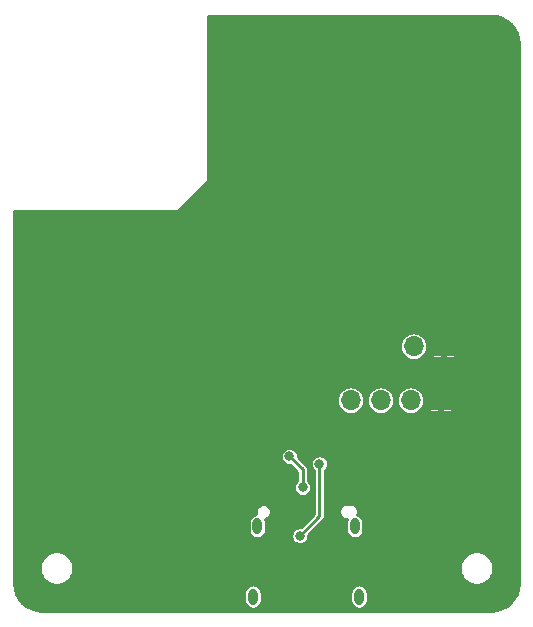
<source format=gbl>
G04 #@! TF.GenerationSoftware,KiCad,Pcbnew,(5.0.0)*
G04 #@! TF.CreationDate,2018-10-04T02:53:49+10:00*
G04 #@! TF.ProjectId,usbPdTo180vdc,7573625064546F3138307664632E6B69,1*
G04 #@! TF.SameCoordinates,Original*
G04 #@! TF.FileFunction,Copper,L2,Bot,Signal*
G04 #@! TF.FilePolarity,Positive*
%FSLAX46Y46*%
G04 Gerber Fmt 4.6, Leading zero omitted, Abs format (unit mm)*
G04 Created by KiCad (PCBNEW (5.0.0)) date 10/04/18 02:53:49*
%MOMM*%
%LPD*%
G01*
G04 APERTURE LIST*
G04 #@! TA.AperFunction,ComponentPad*
%ADD10O,0.800000X1.400000*%
G04 #@! TD*
G04 #@! TA.AperFunction,ComponentPad*
%ADD11R,1.700000X1.700000*%
G04 #@! TD*
G04 #@! TA.AperFunction,ComponentPad*
%ADD12O,1.700000X1.700000*%
G04 #@! TD*
G04 #@! TA.AperFunction,ViaPad*
%ADD13C,0.800000*%
G04 #@! TD*
G04 #@! TA.AperFunction,Conductor*
%ADD14C,0.250000*%
G04 #@! TD*
G04 #@! TA.AperFunction,Conductor*
%ADD15C,0.254000*%
G04 #@! TD*
G04 APERTURE END LIST*
D10*
G04 #@! TO.P,J1,S1*
G04 #@! TO.N,N/C*
X132202091Y-117969573D03*
X141182091Y-117969573D03*
X140822091Y-112019573D03*
X132562091Y-112019573D03*
G04 #@! TD*
D11*
G04 #@! TO.P,J4,1*
G04 #@! TO.N,GND*
X148082000Y-101346000D03*
D12*
G04 #@! TO.P,J4,2*
G04 #@! TO.N,+3V3*
X145542000Y-101346000D03*
G04 #@! TO.P,J4,3*
G04 #@! TO.N,SDA*
X143002000Y-101346000D03*
G04 #@! TO.P,J4,4*
G04 #@! TO.N,SCL*
X140462000Y-101346000D03*
G04 #@! TD*
D11*
G04 #@! TO.P,J2,1*
G04 #@! TO.N,GND*
X148336000Y-96774000D03*
D12*
G04 #@! TO.P,J2,2*
G04 #@! TO.N,HV+*
X145796000Y-96774000D03*
G04 #@! TD*
D13*
G04 #@! TO.N,GND*
X151130000Y-83820000D03*
X151130000Y-82550000D03*
X151130000Y-81280000D03*
X151130000Y-77470000D03*
X151130000Y-76200000D03*
X151130000Y-74930000D03*
X130810000Y-97790000D03*
X132080000Y-99569573D03*
X124460000Y-97790000D03*
X128270000Y-103556664D03*
X129540000Y-110490000D03*
X137102091Y-105410000D03*
X139700000Y-109220000D03*
X133350000Y-109729146D03*
X133858000Y-112776000D03*
X139636500Y-112928400D03*
X139192000Y-90424000D03*
X140208000Y-90424000D03*
X141224000Y-90424000D03*
X141224000Y-91440000D03*
X140208000Y-91440000D03*
X139192000Y-91440000D03*
X138176000Y-90424000D03*
X138176000Y-91440000D03*
X148590000Y-104140000D03*
X149377400Y-99085400D03*
X129580427Y-116799573D03*
X128549400Y-116799573D03*
X126697763Y-85900237D03*
X120142000Y-93625015D03*
X124968000Y-93625015D03*
X137160000Y-90424000D03*
X137160000Y-91440000D03*
G04 #@! TO.N,Net-(D3-Pad1)*
X136176091Y-112825573D03*
X137827091Y-106729573D03*
G04 #@! TO.N,Net-(D3-Pad2)*
X136398000Y-108712000D03*
X135287091Y-106094573D03*
G04 #@! TD*
D14*
G04 #@! TO.N,Net-(D3-Pad1)*
X137827091Y-111174573D02*
X137827091Y-106729573D01*
X136176091Y-112825573D02*
X137827091Y-111174573D01*
G04 #@! TO.N,Net-(D3-Pad2)*
X136398000Y-107205482D02*
X135287091Y-106094573D01*
X136398000Y-108712000D02*
X136398000Y-107205482D01*
G04 #@! TD*
D15*
G04 #@! TO.N,GND*
G36*
X153281004Y-68982533D02*
X153679393Y-69194360D01*
X154029051Y-69479534D01*
X154316662Y-69827197D01*
X154531266Y-70224098D01*
X154664692Y-70655127D01*
X154712979Y-71114552D01*
X154713001Y-71120794D01*
X154713000Y-116828894D01*
X154667881Y-117289055D01*
X154537468Y-117721003D01*
X154325640Y-118119393D01*
X154040466Y-118469051D01*
X153692803Y-118756662D01*
X153295901Y-118971266D01*
X152864877Y-119104690D01*
X152405448Y-119152979D01*
X152399492Y-119153000D01*
X114311106Y-119153000D01*
X113850945Y-119107881D01*
X113418997Y-118977468D01*
X113020607Y-118765640D01*
X112670949Y-118480466D01*
X112383338Y-118132803D01*
X112168734Y-117735901D01*
X112137149Y-117633866D01*
X131475091Y-117633866D01*
X131475091Y-118305281D01*
X131485611Y-118412090D01*
X131527181Y-118549130D01*
X131594689Y-118675426D01*
X131685538Y-118786127D01*
X131796239Y-118876976D01*
X131922535Y-118944483D01*
X132059575Y-118986053D01*
X132202091Y-119000090D01*
X132344608Y-118986053D01*
X132481648Y-118944483D01*
X132607944Y-118876976D01*
X132718645Y-118786127D01*
X132809494Y-118675426D01*
X132877001Y-118549130D01*
X132918571Y-118412090D01*
X132929091Y-118305281D01*
X132929091Y-117633866D01*
X140455091Y-117633866D01*
X140455091Y-118305281D01*
X140465611Y-118412090D01*
X140507181Y-118549130D01*
X140574689Y-118675426D01*
X140665538Y-118786127D01*
X140776239Y-118876976D01*
X140902535Y-118944483D01*
X141039575Y-118986053D01*
X141182091Y-119000090D01*
X141324608Y-118986053D01*
X141461648Y-118944483D01*
X141587944Y-118876976D01*
X141698645Y-118786127D01*
X141789494Y-118675426D01*
X141857001Y-118549130D01*
X141898571Y-118412090D01*
X141909091Y-118305281D01*
X141909091Y-117633865D01*
X141898571Y-117527056D01*
X141857001Y-117390016D01*
X141789494Y-117263720D01*
X141698644Y-117153019D01*
X141587943Y-117062170D01*
X141461647Y-116994663D01*
X141324607Y-116953093D01*
X141182091Y-116939056D01*
X141039574Y-116953093D01*
X140902534Y-116994663D01*
X140776238Y-117062170D01*
X140665537Y-117153020D01*
X140574688Y-117263721D01*
X140507181Y-117390017D01*
X140465611Y-117527057D01*
X140455091Y-117633866D01*
X132929091Y-117633866D01*
X132929091Y-117633865D01*
X132918571Y-117527056D01*
X132877001Y-117390016D01*
X132809494Y-117263720D01*
X132718644Y-117153019D01*
X132607943Y-117062170D01*
X132481647Y-116994663D01*
X132344607Y-116953093D01*
X132202091Y-116939056D01*
X132059574Y-116953093D01*
X131922534Y-116994663D01*
X131796238Y-117062170D01*
X131685537Y-117153020D01*
X131594688Y-117263721D01*
X131527181Y-117390017D01*
X131485611Y-117527057D01*
X131475091Y-117633866D01*
X112137149Y-117633866D01*
X112035310Y-117304877D01*
X111987021Y-116845448D01*
X111987000Y-116839492D01*
X111987000Y-115429453D01*
X114143000Y-115429453D01*
X114143000Y-115710547D01*
X114197838Y-115986241D01*
X114305409Y-116245938D01*
X114461576Y-116479660D01*
X114660340Y-116678424D01*
X114894062Y-116834591D01*
X115153759Y-116942162D01*
X115429453Y-116997000D01*
X115710547Y-116997000D01*
X115986241Y-116942162D01*
X116245938Y-116834591D01*
X116479660Y-116678424D01*
X116678424Y-116479660D01*
X116834591Y-116245938D01*
X116942162Y-115986241D01*
X116997000Y-115710547D01*
X116997000Y-115429453D01*
X149703000Y-115429453D01*
X149703000Y-115710547D01*
X149757838Y-115986241D01*
X149865409Y-116245938D01*
X150021576Y-116479660D01*
X150220340Y-116678424D01*
X150454062Y-116834591D01*
X150713759Y-116942162D01*
X150989453Y-116997000D01*
X151270547Y-116997000D01*
X151546241Y-116942162D01*
X151805938Y-116834591D01*
X152039660Y-116678424D01*
X152238424Y-116479660D01*
X152394591Y-116245938D01*
X152502162Y-115986241D01*
X152557000Y-115710547D01*
X152557000Y-115429453D01*
X152502162Y-115153759D01*
X152394591Y-114894062D01*
X152238424Y-114660340D01*
X152039660Y-114461576D01*
X151805938Y-114305409D01*
X151546241Y-114197838D01*
X151270547Y-114143000D01*
X150989453Y-114143000D01*
X150713759Y-114197838D01*
X150454062Y-114305409D01*
X150220340Y-114461576D01*
X150021576Y-114660340D01*
X149865409Y-114894062D01*
X149757838Y-115153759D01*
X149703000Y-115429453D01*
X116997000Y-115429453D01*
X116942162Y-115153759D01*
X116834591Y-114894062D01*
X116678424Y-114660340D01*
X116479660Y-114461576D01*
X116245938Y-114305409D01*
X115986241Y-114197838D01*
X115710547Y-114143000D01*
X115429453Y-114143000D01*
X115153759Y-114197838D01*
X114894062Y-114305409D01*
X114660340Y-114461576D01*
X114461576Y-114660340D01*
X114305409Y-114894062D01*
X114197838Y-115153759D01*
X114143000Y-115429453D01*
X111987000Y-115429453D01*
X111987000Y-111683866D01*
X131835091Y-111683866D01*
X131835091Y-112355281D01*
X131845611Y-112462090D01*
X131887181Y-112599130D01*
X131954689Y-112725426D01*
X132045538Y-112836127D01*
X132156239Y-112926976D01*
X132282535Y-112994483D01*
X132419575Y-113036053D01*
X132562091Y-113050090D01*
X132704608Y-113036053D01*
X132841648Y-112994483D01*
X132967944Y-112926976D01*
X133078645Y-112836127D01*
X133146068Y-112753970D01*
X135449091Y-112753970D01*
X135449091Y-112897176D01*
X135477029Y-113037631D01*
X135531832Y-113169937D01*
X135611393Y-113289009D01*
X135712655Y-113390271D01*
X135831727Y-113469832D01*
X135964033Y-113524635D01*
X136104488Y-113552573D01*
X136247694Y-113552573D01*
X136388149Y-113524635D01*
X136520455Y-113469832D01*
X136639527Y-113390271D01*
X136740789Y-113289009D01*
X136820350Y-113169937D01*
X136875153Y-113037631D01*
X136903091Y-112897176D01*
X136903091Y-112753970D01*
X136900408Y-112740480D01*
X138130997Y-111509891D01*
X138148250Y-111495732D01*
X138204734Y-111426906D01*
X138246705Y-111348383D01*
X138272551Y-111263180D01*
X138279091Y-111196778D01*
X138279091Y-111196777D01*
X138281278Y-111174573D01*
X138279091Y-111152368D01*
X138279091Y-110769573D01*
X139486937Y-110769573D01*
X139499526Y-110897387D01*
X139536808Y-111020290D01*
X139597350Y-111133557D01*
X139678827Y-111232837D01*
X139778107Y-111314314D01*
X139891374Y-111374856D01*
X140014277Y-111412138D01*
X140110069Y-111421573D01*
X140157040Y-111421573D01*
X140147181Y-111440017D01*
X140105611Y-111577057D01*
X140095091Y-111683866D01*
X140095091Y-112355281D01*
X140105611Y-112462090D01*
X140147181Y-112599130D01*
X140214689Y-112725426D01*
X140305538Y-112836127D01*
X140416239Y-112926976D01*
X140542535Y-112994483D01*
X140679575Y-113036053D01*
X140822091Y-113050090D01*
X140964608Y-113036053D01*
X141101648Y-112994483D01*
X141227944Y-112926976D01*
X141338645Y-112836127D01*
X141429494Y-112725426D01*
X141497001Y-112599130D01*
X141538571Y-112462090D01*
X141549091Y-112355281D01*
X141549091Y-111683865D01*
X141538571Y-111577056D01*
X141497001Y-111440016D01*
X141429494Y-111313720D01*
X141338644Y-111203019D01*
X141227943Y-111112170D01*
X141101647Y-111044663D01*
X141043736Y-111027096D01*
X141047374Y-111020290D01*
X141084656Y-110897387D01*
X141097245Y-110769573D01*
X141084656Y-110641759D01*
X141047374Y-110518856D01*
X140986832Y-110405589D01*
X140905355Y-110306309D01*
X140806075Y-110224832D01*
X140692808Y-110164290D01*
X140569905Y-110127008D01*
X140474113Y-110117573D01*
X140110069Y-110117573D01*
X140014277Y-110127008D01*
X139891374Y-110164290D01*
X139778107Y-110224832D01*
X139678827Y-110306309D01*
X139597350Y-110405589D01*
X139536808Y-110518856D01*
X139499526Y-110641759D01*
X139486937Y-110769573D01*
X138279091Y-110769573D01*
X138279091Y-107301912D01*
X138290527Y-107294271D01*
X138391789Y-107193009D01*
X138471350Y-107073937D01*
X138526153Y-106941631D01*
X138554091Y-106801176D01*
X138554091Y-106657970D01*
X138526153Y-106517515D01*
X138471350Y-106385209D01*
X138391789Y-106266137D01*
X138290527Y-106164875D01*
X138171455Y-106085314D01*
X138039149Y-106030511D01*
X137898694Y-106002573D01*
X137755488Y-106002573D01*
X137615033Y-106030511D01*
X137482727Y-106085314D01*
X137363655Y-106164875D01*
X137262393Y-106266137D01*
X137182832Y-106385209D01*
X137128029Y-106517515D01*
X137100091Y-106657970D01*
X137100091Y-106801176D01*
X137128029Y-106941631D01*
X137182832Y-107073937D01*
X137262393Y-107193009D01*
X137363655Y-107294271D01*
X137375092Y-107301913D01*
X137375091Y-110987349D01*
X136261184Y-112101256D01*
X136247694Y-112098573D01*
X136104488Y-112098573D01*
X135964033Y-112126511D01*
X135831727Y-112181314D01*
X135712655Y-112260875D01*
X135611393Y-112362137D01*
X135531832Y-112481209D01*
X135477029Y-112613515D01*
X135449091Y-112753970D01*
X133146068Y-112753970D01*
X133169494Y-112725426D01*
X133237001Y-112599130D01*
X133278571Y-112462090D01*
X133289091Y-112355281D01*
X133289091Y-111683865D01*
X133278571Y-111577056D01*
X133237001Y-111440016D01*
X133220335Y-111408837D01*
X133282272Y-111396517D01*
X133400929Y-111347368D01*
X133507717Y-111276015D01*
X133598533Y-111185199D01*
X133669886Y-111078411D01*
X133719035Y-110959754D01*
X133744091Y-110833789D01*
X133744091Y-110705357D01*
X133719035Y-110579392D01*
X133669886Y-110460735D01*
X133598533Y-110353947D01*
X133507717Y-110263131D01*
X133400929Y-110191778D01*
X133282272Y-110142629D01*
X133156307Y-110117573D01*
X133027875Y-110117573D01*
X132901910Y-110142629D01*
X132783253Y-110191778D01*
X132676465Y-110263131D01*
X132585649Y-110353947D01*
X132514296Y-110460735D01*
X132465147Y-110579392D01*
X132440091Y-110705357D01*
X132440091Y-110833789D01*
X132465147Y-110959754D01*
X132480608Y-110997082D01*
X132419574Y-111003093D01*
X132282534Y-111044663D01*
X132156238Y-111112170D01*
X132045537Y-111203020D01*
X131954688Y-111313721D01*
X131887181Y-111440017D01*
X131845611Y-111577057D01*
X131835091Y-111683866D01*
X111987000Y-111683866D01*
X111987000Y-106022970D01*
X134560091Y-106022970D01*
X134560091Y-106166176D01*
X134588029Y-106306631D01*
X134642832Y-106438937D01*
X134722393Y-106558009D01*
X134823655Y-106659271D01*
X134942727Y-106738832D01*
X135075033Y-106793635D01*
X135215488Y-106821573D01*
X135358694Y-106821573D01*
X135372184Y-106818890D01*
X135946001Y-107392707D01*
X135946000Y-108139660D01*
X135934564Y-108147302D01*
X135833302Y-108248564D01*
X135753741Y-108367636D01*
X135698938Y-108499942D01*
X135671000Y-108640397D01*
X135671000Y-108783603D01*
X135698938Y-108924058D01*
X135753741Y-109056364D01*
X135833302Y-109175436D01*
X135934564Y-109276698D01*
X136053636Y-109356259D01*
X136185942Y-109411062D01*
X136326397Y-109439000D01*
X136469603Y-109439000D01*
X136610058Y-109411062D01*
X136742364Y-109356259D01*
X136861436Y-109276698D01*
X136962698Y-109175436D01*
X137042259Y-109056364D01*
X137097062Y-108924058D01*
X137125000Y-108783603D01*
X137125000Y-108640397D01*
X137097062Y-108499942D01*
X137042259Y-108367636D01*
X136962698Y-108248564D01*
X136861436Y-108147302D01*
X136850000Y-108139661D01*
X136850000Y-107227687D01*
X136852187Y-107205482D01*
X136843460Y-107116874D01*
X136817614Y-107031672D01*
X136775643Y-106953149D01*
X136719159Y-106884323D01*
X136701905Y-106870163D01*
X136011408Y-106179666D01*
X136014091Y-106166176D01*
X136014091Y-106022970D01*
X135986153Y-105882515D01*
X135931350Y-105750209D01*
X135851789Y-105631137D01*
X135750527Y-105529875D01*
X135631455Y-105450314D01*
X135499149Y-105395511D01*
X135358694Y-105367573D01*
X135215488Y-105367573D01*
X135075033Y-105395511D01*
X134942727Y-105450314D01*
X134823655Y-105529875D01*
X134722393Y-105631137D01*
X134642832Y-105750209D01*
X134588029Y-105882515D01*
X134560091Y-106022970D01*
X111987000Y-106022970D01*
X111987000Y-101346000D01*
X139279306Y-101346000D01*
X139302031Y-101576732D01*
X139369333Y-101798597D01*
X139478626Y-102003070D01*
X139625709Y-102182291D01*
X139804930Y-102329374D01*
X140009403Y-102438667D01*
X140231268Y-102505969D01*
X140404188Y-102523000D01*
X140519812Y-102523000D01*
X140692732Y-102505969D01*
X140914597Y-102438667D01*
X141119070Y-102329374D01*
X141298291Y-102182291D01*
X141445374Y-102003070D01*
X141554667Y-101798597D01*
X141621969Y-101576732D01*
X141644694Y-101346000D01*
X141819306Y-101346000D01*
X141842031Y-101576732D01*
X141909333Y-101798597D01*
X142018626Y-102003070D01*
X142165709Y-102182291D01*
X142344930Y-102329374D01*
X142549403Y-102438667D01*
X142771268Y-102505969D01*
X142944188Y-102523000D01*
X143059812Y-102523000D01*
X143232732Y-102505969D01*
X143454597Y-102438667D01*
X143659070Y-102329374D01*
X143838291Y-102182291D01*
X143985374Y-102003070D01*
X144094667Y-101798597D01*
X144161969Y-101576732D01*
X144184694Y-101346000D01*
X144359306Y-101346000D01*
X144382031Y-101576732D01*
X144449333Y-101798597D01*
X144558626Y-102003070D01*
X144705709Y-102182291D01*
X144884930Y-102329374D01*
X145089403Y-102438667D01*
X145311268Y-102505969D01*
X145484188Y-102523000D01*
X145599812Y-102523000D01*
X145772732Y-102505969D01*
X145994597Y-102438667D01*
X146199070Y-102329374D01*
X146378291Y-102182291D01*
X146525374Y-102003070D01*
X146634667Y-101798597D01*
X146701969Y-101576732D01*
X146709058Y-101504750D01*
X147105000Y-101504750D01*
X147105000Y-102208508D01*
X147109880Y-102233044D01*
X147119454Y-102256157D01*
X147133352Y-102276957D01*
X147151042Y-102294647D01*
X147171843Y-102308546D01*
X147194955Y-102318119D01*
X147219491Y-102323000D01*
X147923250Y-102323000D01*
X147955000Y-102291250D01*
X147955000Y-101473000D01*
X148209000Y-101473000D01*
X148209000Y-102291250D01*
X148240750Y-102323000D01*
X148944509Y-102323000D01*
X148969045Y-102318119D01*
X148992157Y-102308546D01*
X149012958Y-102294647D01*
X149030648Y-102276957D01*
X149044546Y-102256157D01*
X149054120Y-102233044D01*
X149059000Y-102208508D01*
X149059000Y-101504750D01*
X149027250Y-101473000D01*
X148209000Y-101473000D01*
X147955000Y-101473000D01*
X147136750Y-101473000D01*
X147105000Y-101504750D01*
X146709058Y-101504750D01*
X146724694Y-101346000D01*
X146701969Y-101115268D01*
X146634667Y-100893403D01*
X146525374Y-100688930D01*
X146378291Y-100509709D01*
X146346346Y-100483492D01*
X147105000Y-100483492D01*
X147105000Y-101187250D01*
X147136750Y-101219000D01*
X147955000Y-101219000D01*
X147955000Y-100400750D01*
X148209000Y-100400750D01*
X148209000Y-101219000D01*
X149027250Y-101219000D01*
X149059000Y-101187250D01*
X149059000Y-100483492D01*
X149054120Y-100458956D01*
X149044546Y-100435843D01*
X149030648Y-100415043D01*
X149012958Y-100397353D01*
X148992157Y-100383454D01*
X148969045Y-100373881D01*
X148944509Y-100369000D01*
X148240750Y-100369000D01*
X148209000Y-100400750D01*
X147955000Y-100400750D01*
X147923250Y-100369000D01*
X147219491Y-100369000D01*
X147194955Y-100373881D01*
X147171843Y-100383454D01*
X147151042Y-100397353D01*
X147133352Y-100415043D01*
X147119454Y-100435843D01*
X147109880Y-100458956D01*
X147105000Y-100483492D01*
X146346346Y-100483492D01*
X146199070Y-100362626D01*
X145994597Y-100253333D01*
X145772732Y-100186031D01*
X145599812Y-100169000D01*
X145484188Y-100169000D01*
X145311268Y-100186031D01*
X145089403Y-100253333D01*
X144884930Y-100362626D01*
X144705709Y-100509709D01*
X144558626Y-100688930D01*
X144449333Y-100893403D01*
X144382031Y-101115268D01*
X144359306Y-101346000D01*
X144184694Y-101346000D01*
X144161969Y-101115268D01*
X144094667Y-100893403D01*
X143985374Y-100688930D01*
X143838291Y-100509709D01*
X143659070Y-100362626D01*
X143454597Y-100253333D01*
X143232732Y-100186031D01*
X143059812Y-100169000D01*
X142944188Y-100169000D01*
X142771268Y-100186031D01*
X142549403Y-100253333D01*
X142344930Y-100362626D01*
X142165709Y-100509709D01*
X142018626Y-100688930D01*
X141909333Y-100893403D01*
X141842031Y-101115268D01*
X141819306Y-101346000D01*
X141644694Y-101346000D01*
X141621969Y-101115268D01*
X141554667Y-100893403D01*
X141445374Y-100688930D01*
X141298291Y-100509709D01*
X141119070Y-100362626D01*
X140914597Y-100253333D01*
X140692732Y-100186031D01*
X140519812Y-100169000D01*
X140404188Y-100169000D01*
X140231268Y-100186031D01*
X140009403Y-100253333D01*
X139804930Y-100362626D01*
X139625709Y-100509709D01*
X139478626Y-100688930D01*
X139369333Y-100893403D01*
X139302031Y-101115268D01*
X139279306Y-101346000D01*
X111987000Y-101346000D01*
X111987000Y-96774000D01*
X144613306Y-96774000D01*
X144636031Y-97004732D01*
X144703333Y-97226597D01*
X144812626Y-97431070D01*
X144959709Y-97610291D01*
X145138930Y-97757374D01*
X145343403Y-97866667D01*
X145565268Y-97933969D01*
X145738188Y-97951000D01*
X145853812Y-97951000D01*
X146026732Y-97933969D01*
X146248597Y-97866667D01*
X146453070Y-97757374D01*
X146632291Y-97610291D01*
X146779374Y-97431070D01*
X146888667Y-97226597D01*
X146955969Y-97004732D01*
X146963058Y-96932750D01*
X147359000Y-96932750D01*
X147359000Y-97636508D01*
X147363880Y-97661044D01*
X147373454Y-97684157D01*
X147387352Y-97704957D01*
X147405042Y-97722647D01*
X147425843Y-97736546D01*
X147448955Y-97746119D01*
X147473491Y-97751000D01*
X148177250Y-97751000D01*
X148209000Y-97719250D01*
X148209000Y-96901000D01*
X148463000Y-96901000D01*
X148463000Y-97719250D01*
X148494750Y-97751000D01*
X149198509Y-97751000D01*
X149223045Y-97746119D01*
X149246157Y-97736546D01*
X149266958Y-97722647D01*
X149284648Y-97704957D01*
X149298546Y-97684157D01*
X149308120Y-97661044D01*
X149313000Y-97636508D01*
X149313000Y-96932750D01*
X149281250Y-96901000D01*
X148463000Y-96901000D01*
X148209000Y-96901000D01*
X147390750Y-96901000D01*
X147359000Y-96932750D01*
X146963058Y-96932750D01*
X146978694Y-96774000D01*
X146955969Y-96543268D01*
X146888667Y-96321403D01*
X146779374Y-96116930D01*
X146632291Y-95937709D01*
X146600346Y-95911492D01*
X147359000Y-95911492D01*
X147359000Y-96615250D01*
X147390750Y-96647000D01*
X148209000Y-96647000D01*
X148209000Y-95828750D01*
X148463000Y-95828750D01*
X148463000Y-96647000D01*
X149281250Y-96647000D01*
X149313000Y-96615250D01*
X149313000Y-95911492D01*
X149308120Y-95886956D01*
X149298546Y-95863843D01*
X149284648Y-95843043D01*
X149266958Y-95825353D01*
X149246157Y-95811454D01*
X149223045Y-95801881D01*
X149198509Y-95797000D01*
X148494750Y-95797000D01*
X148463000Y-95828750D01*
X148209000Y-95828750D01*
X148177250Y-95797000D01*
X147473491Y-95797000D01*
X147448955Y-95801881D01*
X147425843Y-95811454D01*
X147405042Y-95825353D01*
X147387352Y-95843043D01*
X147373454Y-95863843D01*
X147363880Y-95886956D01*
X147359000Y-95911492D01*
X146600346Y-95911492D01*
X146453070Y-95790626D01*
X146248597Y-95681333D01*
X146026732Y-95614031D01*
X145853812Y-95597000D01*
X145738188Y-95597000D01*
X145565268Y-95614031D01*
X145343403Y-95681333D01*
X145138930Y-95790626D01*
X144959709Y-95937709D01*
X144812626Y-96116930D01*
X144703333Y-96321403D01*
X144636031Y-96543268D01*
X144613306Y-96774000D01*
X111987000Y-96774000D01*
X111987000Y-85364515D01*
X125730000Y-85364515D01*
X125754776Y-85362075D01*
X125778601Y-85354848D01*
X125800557Y-85343112D01*
X125819803Y-85327318D01*
X128359803Y-82787318D01*
X128375597Y-82768072D01*
X128387333Y-82746116D01*
X128394560Y-82722291D01*
X128397000Y-82697515D01*
X128397000Y-68854515D01*
X152856988Y-68854515D01*
X153281004Y-68982533D01*
X153281004Y-68982533D01*
G37*
X153281004Y-68982533D02*
X153679393Y-69194360D01*
X154029051Y-69479534D01*
X154316662Y-69827197D01*
X154531266Y-70224098D01*
X154664692Y-70655127D01*
X154712979Y-71114552D01*
X154713001Y-71120794D01*
X154713000Y-116828894D01*
X154667881Y-117289055D01*
X154537468Y-117721003D01*
X154325640Y-118119393D01*
X154040466Y-118469051D01*
X153692803Y-118756662D01*
X153295901Y-118971266D01*
X152864877Y-119104690D01*
X152405448Y-119152979D01*
X152399492Y-119153000D01*
X114311106Y-119153000D01*
X113850945Y-119107881D01*
X113418997Y-118977468D01*
X113020607Y-118765640D01*
X112670949Y-118480466D01*
X112383338Y-118132803D01*
X112168734Y-117735901D01*
X112137149Y-117633866D01*
X131475091Y-117633866D01*
X131475091Y-118305281D01*
X131485611Y-118412090D01*
X131527181Y-118549130D01*
X131594689Y-118675426D01*
X131685538Y-118786127D01*
X131796239Y-118876976D01*
X131922535Y-118944483D01*
X132059575Y-118986053D01*
X132202091Y-119000090D01*
X132344608Y-118986053D01*
X132481648Y-118944483D01*
X132607944Y-118876976D01*
X132718645Y-118786127D01*
X132809494Y-118675426D01*
X132877001Y-118549130D01*
X132918571Y-118412090D01*
X132929091Y-118305281D01*
X132929091Y-117633866D01*
X140455091Y-117633866D01*
X140455091Y-118305281D01*
X140465611Y-118412090D01*
X140507181Y-118549130D01*
X140574689Y-118675426D01*
X140665538Y-118786127D01*
X140776239Y-118876976D01*
X140902535Y-118944483D01*
X141039575Y-118986053D01*
X141182091Y-119000090D01*
X141324608Y-118986053D01*
X141461648Y-118944483D01*
X141587944Y-118876976D01*
X141698645Y-118786127D01*
X141789494Y-118675426D01*
X141857001Y-118549130D01*
X141898571Y-118412090D01*
X141909091Y-118305281D01*
X141909091Y-117633865D01*
X141898571Y-117527056D01*
X141857001Y-117390016D01*
X141789494Y-117263720D01*
X141698644Y-117153019D01*
X141587943Y-117062170D01*
X141461647Y-116994663D01*
X141324607Y-116953093D01*
X141182091Y-116939056D01*
X141039574Y-116953093D01*
X140902534Y-116994663D01*
X140776238Y-117062170D01*
X140665537Y-117153020D01*
X140574688Y-117263721D01*
X140507181Y-117390017D01*
X140465611Y-117527057D01*
X140455091Y-117633866D01*
X132929091Y-117633866D01*
X132929091Y-117633865D01*
X132918571Y-117527056D01*
X132877001Y-117390016D01*
X132809494Y-117263720D01*
X132718644Y-117153019D01*
X132607943Y-117062170D01*
X132481647Y-116994663D01*
X132344607Y-116953093D01*
X132202091Y-116939056D01*
X132059574Y-116953093D01*
X131922534Y-116994663D01*
X131796238Y-117062170D01*
X131685537Y-117153020D01*
X131594688Y-117263721D01*
X131527181Y-117390017D01*
X131485611Y-117527057D01*
X131475091Y-117633866D01*
X112137149Y-117633866D01*
X112035310Y-117304877D01*
X111987021Y-116845448D01*
X111987000Y-116839492D01*
X111987000Y-115429453D01*
X114143000Y-115429453D01*
X114143000Y-115710547D01*
X114197838Y-115986241D01*
X114305409Y-116245938D01*
X114461576Y-116479660D01*
X114660340Y-116678424D01*
X114894062Y-116834591D01*
X115153759Y-116942162D01*
X115429453Y-116997000D01*
X115710547Y-116997000D01*
X115986241Y-116942162D01*
X116245938Y-116834591D01*
X116479660Y-116678424D01*
X116678424Y-116479660D01*
X116834591Y-116245938D01*
X116942162Y-115986241D01*
X116997000Y-115710547D01*
X116997000Y-115429453D01*
X149703000Y-115429453D01*
X149703000Y-115710547D01*
X149757838Y-115986241D01*
X149865409Y-116245938D01*
X150021576Y-116479660D01*
X150220340Y-116678424D01*
X150454062Y-116834591D01*
X150713759Y-116942162D01*
X150989453Y-116997000D01*
X151270547Y-116997000D01*
X151546241Y-116942162D01*
X151805938Y-116834591D01*
X152039660Y-116678424D01*
X152238424Y-116479660D01*
X152394591Y-116245938D01*
X152502162Y-115986241D01*
X152557000Y-115710547D01*
X152557000Y-115429453D01*
X152502162Y-115153759D01*
X152394591Y-114894062D01*
X152238424Y-114660340D01*
X152039660Y-114461576D01*
X151805938Y-114305409D01*
X151546241Y-114197838D01*
X151270547Y-114143000D01*
X150989453Y-114143000D01*
X150713759Y-114197838D01*
X150454062Y-114305409D01*
X150220340Y-114461576D01*
X150021576Y-114660340D01*
X149865409Y-114894062D01*
X149757838Y-115153759D01*
X149703000Y-115429453D01*
X116997000Y-115429453D01*
X116942162Y-115153759D01*
X116834591Y-114894062D01*
X116678424Y-114660340D01*
X116479660Y-114461576D01*
X116245938Y-114305409D01*
X115986241Y-114197838D01*
X115710547Y-114143000D01*
X115429453Y-114143000D01*
X115153759Y-114197838D01*
X114894062Y-114305409D01*
X114660340Y-114461576D01*
X114461576Y-114660340D01*
X114305409Y-114894062D01*
X114197838Y-115153759D01*
X114143000Y-115429453D01*
X111987000Y-115429453D01*
X111987000Y-111683866D01*
X131835091Y-111683866D01*
X131835091Y-112355281D01*
X131845611Y-112462090D01*
X131887181Y-112599130D01*
X131954689Y-112725426D01*
X132045538Y-112836127D01*
X132156239Y-112926976D01*
X132282535Y-112994483D01*
X132419575Y-113036053D01*
X132562091Y-113050090D01*
X132704608Y-113036053D01*
X132841648Y-112994483D01*
X132967944Y-112926976D01*
X133078645Y-112836127D01*
X133146068Y-112753970D01*
X135449091Y-112753970D01*
X135449091Y-112897176D01*
X135477029Y-113037631D01*
X135531832Y-113169937D01*
X135611393Y-113289009D01*
X135712655Y-113390271D01*
X135831727Y-113469832D01*
X135964033Y-113524635D01*
X136104488Y-113552573D01*
X136247694Y-113552573D01*
X136388149Y-113524635D01*
X136520455Y-113469832D01*
X136639527Y-113390271D01*
X136740789Y-113289009D01*
X136820350Y-113169937D01*
X136875153Y-113037631D01*
X136903091Y-112897176D01*
X136903091Y-112753970D01*
X136900408Y-112740480D01*
X138130997Y-111509891D01*
X138148250Y-111495732D01*
X138204734Y-111426906D01*
X138246705Y-111348383D01*
X138272551Y-111263180D01*
X138279091Y-111196778D01*
X138279091Y-111196777D01*
X138281278Y-111174573D01*
X138279091Y-111152368D01*
X138279091Y-110769573D01*
X139486937Y-110769573D01*
X139499526Y-110897387D01*
X139536808Y-111020290D01*
X139597350Y-111133557D01*
X139678827Y-111232837D01*
X139778107Y-111314314D01*
X139891374Y-111374856D01*
X140014277Y-111412138D01*
X140110069Y-111421573D01*
X140157040Y-111421573D01*
X140147181Y-111440017D01*
X140105611Y-111577057D01*
X140095091Y-111683866D01*
X140095091Y-112355281D01*
X140105611Y-112462090D01*
X140147181Y-112599130D01*
X140214689Y-112725426D01*
X140305538Y-112836127D01*
X140416239Y-112926976D01*
X140542535Y-112994483D01*
X140679575Y-113036053D01*
X140822091Y-113050090D01*
X140964608Y-113036053D01*
X141101648Y-112994483D01*
X141227944Y-112926976D01*
X141338645Y-112836127D01*
X141429494Y-112725426D01*
X141497001Y-112599130D01*
X141538571Y-112462090D01*
X141549091Y-112355281D01*
X141549091Y-111683865D01*
X141538571Y-111577056D01*
X141497001Y-111440016D01*
X141429494Y-111313720D01*
X141338644Y-111203019D01*
X141227943Y-111112170D01*
X141101647Y-111044663D01*
X141043736Y-111027096D01*
X141047374Y-111020290D01*
X141084656Y-110897387D01*
X141097245Y-110769573D01*
X141084656Y-110641759D01*
X141047374Y-110518856D01*
X140986832Y-110405589D01*
X140905355Y-110306309D01*
X140806075Y-110224832D01*
X140692808Y-110164290D01*
X140569905Y-110127008D01*
X140474113Y-110117573D01*
X140110069Y-110117573D01*
X140014277Y-110127008D01*
X139891374Y-110164290D01*
X139778107Y-110224832D01*
X139678827Y-110306309D01*
X139597350Y-110405589D01*
X139536808Y-110518856D01*
X139499526Y-110641759D01*
X139486937Y-110769573D01*
X138279091Y-110769573D01*
X138279091Y-107301912D01*
X138290527Y-107294271D01*
X138391789Y-107193009D01*
X138471350Y-107073937D01*
X138526153Y-106941631D01*
X138554091Y-106801176D01*
X138554091Y-106657970D01*
X138526153Y-106517515D01*
X138471350Y-106385209D01*
X138391789Y-106266137D01*
X138290527Y-106164875D01*
X138171455Y-106085314D01*
X138039149Y-106030511D01*
X137898694Y-106002573D01*
X137755488Y-106002573D01*
X137615033Y-106030511D01*
X137482727Y-106085314D01*
X137363655Y-106164875D01*
X137262393Y-106266137D01*
X137182832Y-106385209D01*
X137128029Y-106517515D01*
X137100091Y-106657970D01*
X137100091Y-106801176D01*
X137128029Y-106941631D01*
X137182832Y-107073937D01*
X137262393Y-107193009D01*
X137363655Y-107294271D01*
X137375092Y-107301913D01*
X137375091Y-110987349D01*
X136261184Y-112101256D01*
X136247694Y-112098573D01*
X136104488Y-112098573D01*
X135964033Y-112126511D01*
X135831727Y-112181314D01*
X135712655Y-112260875D01*
X135611393Y-112362137D01*
X135531832Y-112481209D01*
X135477029Y-112613515D01*
X135449091Y-112753970D01*
X133146068Y-112753970D01*
X133169494Y-112725426D01*
X133237001Y-112599130D01*
X133278571Y-112462090D01*
X133289091Y-112355281D01*
X133289091Y-111683865D01*
X133278571Y-111577056D01*
X133237001Y-111440016D01*
X133220335Y-111408837D01*
X133282272Y-111396517D01*
X133400929Y-111347368D01*
X133507717Y-111276015D01*
X133598533Y-111185199D01*
X133669886Y-111078411D01*
X133719035Y-110959754D01*
X133744091Y-110833789D01*
X133744091Y-110705357D01*
X133719035Y-110579392D01*
X133669886Y-110460735D01*
X133598533Y-110353947D01*
X133507717Y-110263131D01*
X133400929Y-110191778D01*
X133282272Y-110142629D01*
X133156307Y-110117573D01*
X133027875Y-110117573D01*
X132901910Y-110142629D01*
X132783253Y-110191778D01*
X132676465Y-110263131D01*
X132585649Y-110353947D01*
X132514296Y-110460735D01*
X132465147Y-110579392D01*
X132440091Y-110705357D01*
X132440091Y-110833789D01*
X132465147Y-110959754D01*
X132480608Y-110997082D01*
X132419574Y-111003093D01*
X132282534Y-111044663D01*
X132156238Y-111112170D01*
X132045537Y-111203020D01*
X131954688Y-111313721D01*
X131887181Y-111440017D01*
X131845611Y-111577057D01*
X131835091Y-111683866D01*
X111987000Y-111683866D01*
X111987000Y-106022970D01*
X134560091Y-106022970D01*
X134560091Y-106166176D01*
X134588029Y-106306631D01*
X134642832Y-106438937D01*
X134722393Y-106558009D01*
X134823655Y-106659271D01*
X134942727Y-106738832D01*
X135075033Y-106793635D01*
X135215488Y-106821573D01*
X135358694Y-106821573D01*
X135372184Y-106818890D01*
X135946001Y-107392707D01*
X135946000Y-108139660D01*
X135934564Y-108147302D01*
X135833302Y-108248564D01*
X135753741Y-108367636D01*
X135698938Y-108499942D01*
X135671000Y-108640397D01*
X135671000Y-108783603D01*
X135698938Y-108924058D01*
X135753741Y-109056364D01*
X135833302Y-109175436D01*
X135934564Y-109276698D01*
X136053636Y-109356259D01*
X136185942Y-109411062D01*
X136326397Y-109439000D01*
X136469603Y-109439000D01*
X136610058Y-109411062D01*
X136742364Y-109356259D01*
X136861436Y-109276698D01*
X136962698Y-109175436D01*
X137042259Y-109056364D01*
X137097062Y-108924058D01*
X137125000Y-108783603D01*
X137125000Y-108640397D01*
X137097062Y-108499942D01*
X137042259Y-108367636D01*
X136962698Y-108248564D01*
X136861436Y-108147302D01*
X136850000Y-108139661D01*
X136850000Y-107227687D01*
X136852187Y-107205482D01*
X136843460Y-107116874D01*
X136817614Y-107031672D01*
X136775643Y-106953149D01*
X136719159Y-106884323D01*
X136701905Y-106870163D01*
X136011408Y-106179666D01*
X136014091Y-106166176D01*
X136014091Y-106022970D01*
X135986153Y-105882515D01*
X135931350Y-105750209D01*
X135851789Y-105631137D01*
X135750527Y-105529875D01*
X135631455Y-105450314D01*
X135499149Y-105395511D01*
X135358694Y-105367573D01*
X135215488Y-105367573D01*
X135075033Y-105395511D01*
X134942727Y-105450314D01*
X134823655Y-105529875D01*
X134722393Y-105631137D01*
X134642832Y-105750209D01*
X134588029Y-105882515D01*
X134560091Y-106022970D01*
X111987000Y-106022970D01*
X111987000Y-101346000D01*
X139279306Y-101346000D01*
X139302031Y-101576732D01*
X139369333Y-101798597D01*
X139478626Y-102003070D01*
X139625709Y-102182291D01*
X139804930Y-102329374D01*
X140009403Y-102438667D01*
X140231268Y-102505969D01*
X140404188Y-102523000D01*
X140519812Y-102523000D01*
X140692732Y-102505969D01*
X140914597Y-102438667D01*
X141119070Y-102329374D01*
X141298291Y-102182291D01*
X141445374Y-102003070D01*
X141554667Y-101798597D01*
X141621969Y-101576732D01*
X141644694Y-101346000D01*
X141819306Y-101346000D01*
X141842031Y-101576732D01*
X141909333Y-101798597D01*
X142018626Y-102003070D01*
X142165709Y-102182291D01*
X142344930Y-102329374D01*
X142549403Y-102438667D01*
X142771268Y-102505969D01*
X142944188Y-102523000D01*
X143059812Y-102523000D01*
X143232732Y-102505969D01*
X143454597Y-102438667D01*
X143659070Y-102329374D01*
X143838291Y-102182291D01*
X143985374Y-102003070D01*
X144094667Y-101798597D01*
X144161969Y-101576732D01*
X144184694Y-101346000D01*
X144359306Y-101346000D01*
X144382031Y-101576732D01*
X144449333Y-101798597D01*
X144558626Y-102003070D01*
X144705709Y-102182291D01*
X144884930Y-102329374D01*
X145089403Y-102438667D01*
X145311268Y-102505969D01*
X145484188Y-102523000D01*
X145599812Y-102523000D01*
X145772732Y-102505969D01*
X145994597Y-102438667D01*
X146199070Y-102329374D01*
X146378291Y-102182291D01*
X146525374Y-102003070D01*
X146634667Y-101798597D01*
X146701969Y-101576732D01*
X146709058Y-101504750D01*
X147105000Y-101504750D01*
X147105000Y-102208508D01*
X147109880Y-102233044D01*
X147119454Y-102256157D01*
X147133352Y-102276957D01*
X147151042Y-102294647D01*
X147171843Y-102308546D01*
X147194955Y-102318119D01*
X147219491Y-102323000D01*
X147923250Y-102323000D01*
X147955000Y-102291250D01*
X147955000Y-101473000D01*
X148209000Y-101473000D01*
X148209000Y-102291250D01*
X148240750Y-102323000D01*
X148944509Y-102323000D01*
X148969045Y-102318119D01*
X148992157Y-102308546D01*
X149012958Y-102294647D01*
X149030648Y-102276957D01*
X149044546Y-102256157D01*
X149054120Y-102233044D01*
X149059000Y-102208508D01*
X149059000Y-101504750D01*
X149027250Y-101473000D01*
X148209000Y-101473000D01*
X147955000Y-101473000D01*
X147136750Y-101473000D01*
X147105000Y-101504750D01*
X146709058Y-101504750D01*
X146724694Y-101346000D01*
X146701969Y-101115268D01*
X146634667Y-100893403D01*
X146525374Y-100688930D01*
X146378291Y-100509709D01*
X146346346Y-100483492D01*
X147105000Y-100483492D01*
X147105000Y-101187250D01*
X147136750Y-101219000D01*
X147955000Y-101219000D01*
X147955000Y-100400750D01*
X148209000Y-100400750D01*
X148209000Y-101219000D01*
X149027250Y-101219000D01*
X149059000Y-101187250D01*
X149059000Y-100483492D01*
X149054120Y-100458956D01*
X149044546Y-100435843D01*
X149030648Y-100415043D01*
X149012958Y-100397353D01*
X148992157Y-100383454D01*
X148969045Y-100373881D01*
X148944509Y-100369000D01*
X148240750Y-100369000D01*
X148209000Y-100400750D01*
X147955000Y-100400750D01*
X147923250Y-100369000D01*
X147219491Y-100369000D01*
X147194955Y-100373881D01*
X147171843Y-100383454D01*
X147151042Y-100397353D01*
X147133352Y-100415043D01*
X147119454Y-100435843D01*
X147109880Y-100458956D01*
X147105000Y-100483492D01*
X146346346Y-100483492D01*
X146199070Y-100362626D01*
X145994597Y-100253333D01*
X145772732Y-100186031D01*
X145599812Y-100169000D01*
X145484188Y-100169000D01*
X145311268Y-100186031D01*
X145089403Y-100253333D01*
X144884930Y-100362626D01*
X144705709Y-100509709D01*
X144558626Y-100688930D01*
X144449333Y-100893403D01*
X144382031Y-101115268D01*
X144359306Y-101346000D01*
X144184694Y-101346000D01*
X144161969Y-101115268D01*
X144094667Y-100893403D01*
X143985374Y-100688930D01*
X143838291Y-100509709D01*
X143659070Y-100362626D01*
X143454597Y-100253333D01*
X143232732Y-100186031D01*
X143059812Y-100169000D01*
X142944188Y-100169000D01*
X142771268Y-100186031D01*
X142549403Y-100253333D01*
X142344930Y-100362626D01*
X142165709Y-100509709D01*
X142018626Y-100688930D01*
X141909333Y-100893403D01*
X141842031Y-101115268D01*
X141819306Y-101346000D01*
X141644694Y-101346000D01*
X141621969Y-101115268D01*
X141554667Y-100893403D01*
X141445374Y-100688930D01*
X141298291Y-100509709D01*
X141119070Y-100362626D01*
X140914597Y-100253333D01*
X140692732Y-100186031D01*
X140519812Y-100169000D01*
X140404188Y-100169000D01*
X140231268Y-100186031D01*
X140009403Y-100253333D01*
X139804930Y-100362626D01*
X139625709Y-100509709D01*
X139478626Y-100688930D01*
X139369333Y-100893403D01*
X139302031Y-101115268D01*
X139279306Y-101346000D01*
X111987000Y-101346000D01*
X111987000Y-96774000D01*
X144613306Y-96774000D01*
X144636031Y-97004732D01*
X144703333Y-97226597D01*
X144812626Y-97431070D01*
X144959709Y-97610291D01*
X145138930Y-97757374D01*
X145343403Y-97866667D01*
X145565268Y-97933969D01*
X145738188Y-97951000D01*
X145853812Y-97951000D01*
X146026732Y-97933969D01*
X146248597Y-97866667D01*
X146453070Y-97757374D01*
X146632291Y-97610291D01*
X146779374Y-97431070D01*
X146888667Y-97226597D01*
X146955969Y-97004732D01*
X146963058Y-96932750D01*
X147359000Y-96932750D01*
X147359000Y-97636508D01*
X147363880Y-97661044D01*
X147373454Y-97684157D01*
X147387352Y-97704957D01*
X147405042Y-97722647D01*
X147425843Y-97736546D01*
X147448955Y-97746119D01*
X147473491Y-97751000D01*
X148177250Y-97751000D01*
X148209000Y-97719250D01*
X148209000Y-96901000D01*
X148463000Y-96901000D01*
X148463000Y-97719250D01*
X148494750Y-97751000D01*
X149198509Y-97751000D01*
X149223045Y-97746119D01*
X149246157Y-97736546D01*
X149266958Y-97722647D01*
X149284648Y-97704957D01*
X149298546Y-97684157D01*
X149308120Y-97661044D01*
X149313000Y-97636508D01*
X149313000Y-96932750D01*
X149281250Y-96901000D01*
X148463000Y-96901000D01*
X148209000Y-96901000D01*
X147390750Y-96901000D01*
X147359000Y-96932750D01*
X146963058Y-96932750D01*
X146978694Y-96774000D01*
X146955969Y-96543268D01*
X146888667Y-96321403D01*
X146779374Y-96116930D01*
X146632291Y-95937709D01*
X146600346Y-95911492D01*
X147359000Y-95911492D01*
X147359000Y-96615250D01*
X147390750Y-96647000D01*
X148209000Y-96647000D01*
X148209000Y-95828750D01*
X148463000Y-95828750D01*
X148463000Y-96647000D01*
X149281250Y-96647000D01*
X149313000Y-96615250D01*
X149313000Y-95911492D01*
X149308120Y-95886956D01*
X149298546Y-95863843D01*
X149284648Y-95843043D01*
X149266958Y-95825353D01*
X149246157Y-95811454D01*
X149223045Y-95801881D01*
X149198509Y-95797000D01*
X148494750Y-95797000D01*
X148463000Y-95828750D01*
X148209000Y-95828750D01*
X148177250Y-95797000D01*
X147473491Y-95797000D01*
X147448955Y-95801881D01*
X147425843Y-95811454D01*
X147405042Y-95825353D01*
X147387352Y-95843043D01*
X147373454Y-95863843D01*
X147363880Y-95886956D01*
X147359000Y-95911492D01*
X146600346Y-95911492D01*
X146453070Y-95790626D01*
X146248597Y-95681333D01*
X146026732Y-95614031D01*
X145853812Y-95597000D01*
X145738188Y-95597000D01*
X145565268Y-95614031D01*
X145343403Y-95681333D01*
X145138930Y-95790626D01*
X144959709Y-95937709D01*
X144812626Y-96116930D01*
X144703333Y-96321403D01*
X144636031Y-96543268D01*
X144613306Y-96774000D01*
X111987000Y-96774000D01*
X111987000Y-85364515D01*
X125730000Y-85364515D01*
X125754776Y-85362075D01*
X125778601Y-85354848D01*
X125800557Y-85343112D01*
X125819803Y-85327318D01*
X128359803Y-82787318D01*
X128375597Y-82768072D01*
X128387333Y-82746116D01*
X128394560Y-82722291D01*
X128397000Y-82697515D01*
X128397000Y-68854515D01*
X152856988Y-68854515D01*
X153281004Y-68982533D01*
G04 #@! TD*
M02*

</source>
